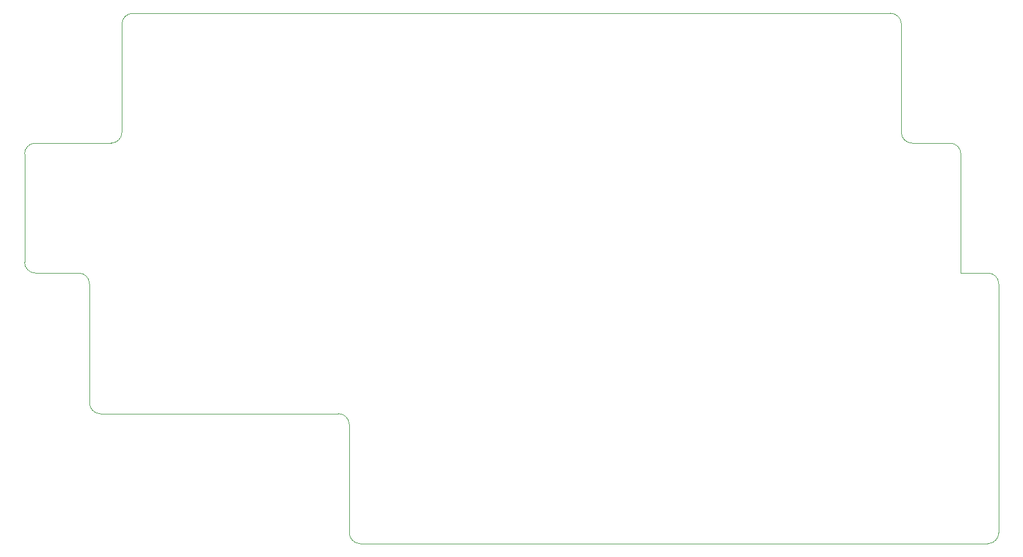
<source format=gm1>
G04 #@! TF.GenerationSoftware,KiCad,Pcbnew,(5.1.10-1-10_14)*
G04 #@! TF.CreationDate,2021-09-05T18:30:28+10:00*
G04 #@! TF.ProjectId,WTL-Split-Left,57544c2d-5370-46c6-9974-2d4c6566742e,rev?*
G04 #@! TF.SameCoordinates,Original*
G04 #@! TF.FileFunction,Profile,NP*
%FSLAX46Y46*%
G04 Gerber Fmt 4.6, Leading zero omitted, Abs format (unit mm)*
G04 Created by KiCad (PCBNEW (5.1.10-1-10_14)) date 2021-09-05 18:30:28*
%MOMM*%
%LPD*%
G01*
G04 APERTURE LIST*
G04 #@! TA.AperFunction,Profile*
%ADD10C,0.050000*%
G04 #@! TD*
G04 APERTURE END LIST*
D10*
X121443750Y-97631250D02*
X121443750Y-99218750D01*
X204787500Y-42068750D02*
X203993750Y-42068750D01*
X209550000Y-42068750D02*
X204787500Y-42068750D01*
X209550000Y-42068750D02*
G75*
G02*
X211137500Y-43656250I0J-1587500D01*
G01*
X211137500Y-61118750D02*
X211137500Y-43656250D01*
X215106250Y-61118750D02*
X211137500Y-61118750D01*
X216693750Y-99218750D02*
X216693750Y-62706250D01*
X123031250Y-100806250D02*
X215106250Y-100806250D01*
X121443750Y-83343750D02*
X121443750Y-97631250D01*
X84931250Y-81756250D02*
X119856250Y-81756250D01*
X83343750Y-78581250D02*
X83343750Y-80168750D01*
X83343750Y-62706250D02*
X83343750Y-78581250D01*
X75406250Y-61118750D02*
X81756250Y-61118750D01*
X73818750Y-43656250D02*
X73818750Y-59531250D01*
X86518750Y-42068750D02*
X75406250Y-42068750D01*
X88106250Y-24606250D02*
X88106250Y-40481250D01*
X202406250Y-24606250D02*
X202406250Y-40481250D01*
X203993750Y-42068750D02*
G75*
G02*
X202406250Y-40481250I0J1587500D01*
G01*
X119856250Y-81756250D02*
G75*
G02*
X121443750Y-83343750I0J-1587500D01*
G01*
X81756250Y-61118750D02*
G75*
G02*
X83343750Y-62706250I0J-1587500D01*
G01*
X88106250Y-40481250D02*
G75*
G02*
X86518750Y-42068750I-1587500J0D01*
G01*
X200818750Y-23018750D02*
X89693750Y-23018750D01*
X200818750Y-23018750D02*
G75*
G02*
X202406250Y-24606250I0J-1587500D01*
G01*
X215106250Y-61118750D02*
G75*
G02*
X216693750Y-62706250I0J-1587500D01*
G01*
X216693750Y-99218750D02*
G75*
G02*
X215106250Y-100806250I-1587500J0D01*
G01*
X123031250Y-100806250D02*
G75*
G02*
X121443750Y-99218750I0J1587500D01*
G01*
X84931250Y-81756250D02*
G75*
G02*
X83343750Y-80168750I0J1587500D01*
G01*
X75406250Y-61118750D02*
G75*
G02*
X73818750Y-59531250I0J1587500D01*
G01*
X73818750Y-43656250D02*
G75*
G02*
X75406250Y-42068750I1587500J0D01*
G01*
X88106250Y-24606250D02*
G75*
G02*
X89693750Y-23018750I1587500J0D01*
G01*
M02*

</source>
